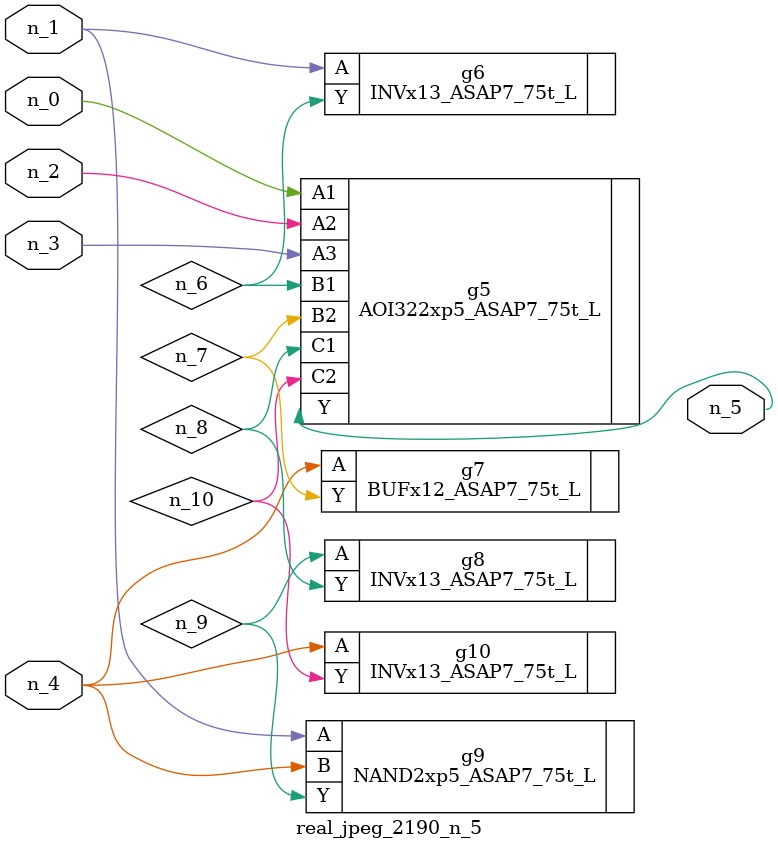
<source format=v>
module real_jpeg_2190_n_5 (n_4, n_0, n_1, n_2, n_3, n_5);

input n_4;
input n_0;
input n_1;
input n_2;
input n_3;

output n_5;

wire n_8;
wire n_6;
wire n_7;
wire n_10;
wire n_9;

AOI322xp5_ASAP7_75t_L g5 ( 
.A1(n_0),
.A2(n_2),
.A3(n_3),
.B1(n_6),
.B2(n_7),
.C1(n_8),
.C2(n_10),
.Y(n_5)
);

INVx13_ASAP7_75t_L g6 ( 
.A(n_1),
.Y(n_6)
);

NAND2xp5_ASAP7_75t_L g9 ( 
.A(n_1),
.B(n_4),
.Y(n_9)
);

BUFx12_ASAP7_75t_L g7 ( 
.A(n_4),
.Y(n_7)
);

INVx13_ASAP7_75t_L g10 ( 
.A(n_4),
.Y(n_10)
);

INVx13_ASAP7_75t_L g8 ( 
.A(n_9),
.Y(n_8)
);


endmodule
</source>
